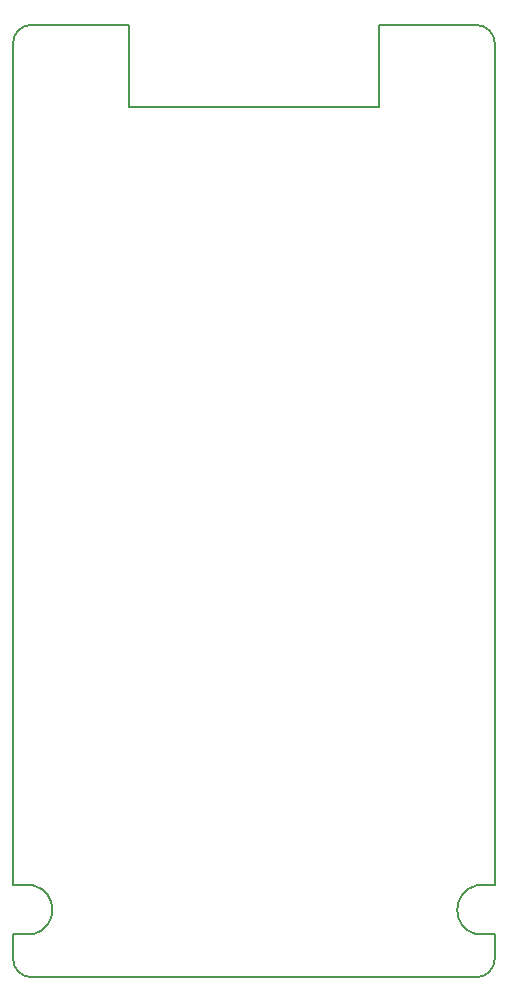
<source format=gbr>
G04 DipTrace 3.3.1.3*
G04 BoardOutline.gbr*
%MOIN*%
G04 #@! TF.FileFunction,Profile*
G04 #@! TF.Part,Single*
%ADD11C,0.005512*%
%FSLAX26Y26*%
G04*
G70*
G90*
G75*
G01*
G04 BoardOutline*
%LPD*%
X393701Y3506201D2*
D11*
G02X456202Y3568701I62502J-2D01*
G01*
X781201D1*
Y3293701D1*
X1612451D1*
Y3568701D1*
X1937451D1*
G02X1999951Y3506201I0J-62500D01*
G01*
Y699950D1*
X1937451D1*
G03X1937451Y537441I21256J-81255D01*
G01*
X1999951D1*
Y456201D1*
G02X1937451Y393701I-62500J0D01*
G01*
X456202D1*
G02X393701Y456201I1J62502D01*
G01*
Y537450D1*
X462451D1*
G03X462451Y699950I-21250J81250D01*
G01*
X393701D1*
Y3506201D1*
M02*

</source>
